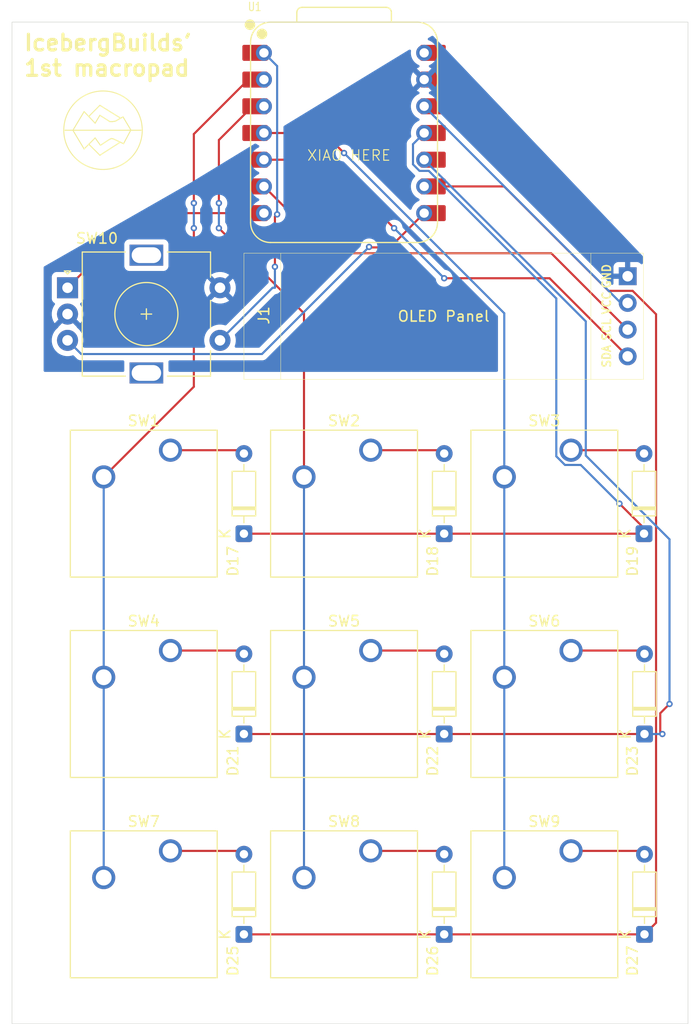
<source format=kicad_pcb>
(kicad_pcb (version 20241229) (generator "pcbnew") (generator_version "9.0")
  (layers (0 "F.Cu" signal) (2 "B.Cu" signal) (13 "F.Paste" user) (15 "B.Paste" user) (5 "F.SilkS" user "F.Silkscreen") (7 "B.SilkS" user "B.Silkscreen") (1 "F.Mask" user) (3 "B.Mask" user) (25 "Edge.Cuts" user))
  (net 0 "")
  (net 1 "Row 0")
  (net 2 "Net-(D17-A)")
  (net 3 "Net-(D18-A)")
  (net 4 "Net-(D19-A)")
  (net 5 "Net-(D21-A)")
  (net 6 "Row 1")
  (net 7 "Net-(D22-A)")
  (net 8 "Net-(D23-A)")
  (net 9 "Row 2")
  (net 10 "Net-(D25-A)")
  (net 11 "Net-(D26-A)")
  (net 12 "Net-(D27-A)")
  (net 13 "Column 0")
  (net 14 "Column 1")
  (net 15 "Column 2")
  (net 16 "GND")
  (net 17 "SCL")
  (net 18 "Switch")
  (net 19 "Signal A")
  (net 20 "Signal B")
  (net 21 "SDA")
  (net 22 "+3.3V")
  (footprint "Button_Switch_Keyboard:SW_Cherry_MX_1.00u_PCB" (layer "F.Cu") (at 159.5375 67.00375)
    (property "Reference" "SW3" (at -2.54 -2.794 0) (layer "F.SilkS"))
    (property "Value" "SW_Push")
    (fp_line (start -9.525 -1.905) (end 4.445 -1.905) (stroke (width 0.12)) (layer "F.SilkS"))
    (fp_line (start -9.525 12.065) (end -9.525 -1.905) (stroke (width 0.12)) (layer "F.SilkS"))
    (fp_line (start 4.445 -1.905) (end 4.445 12.065) (stroke (width 0.12)) (layer "F.SilkS"))
    (fp_line (start 4.445 12.065) (end -9.525 12.065) (stroke (width 0.12)) (layer "F.SilkS"))
    (pad "" np_thru_hole circle (at -7.62 5.08) (size 1.7 1.7) (drill 1.7) (layers "*.Cu" "*.Mask"))
    (pad "" np_thru_hole circle (at -2.54 5.08) (size 4 4) (drill 4) (layers "*.Cu" "*.Mask"))
    (pad "" np_thru_hole circle (at 2.54 5.08) (size 1.7 1.7) (drill 1.7) (layers "*.Cu" "*.Mask"))
    (pad "1" thru_hole circle (at 0 0) (size 2.2 2.2) (drill 1.5) (layers "*.Cu" "*.Mask") (net 4 "Net-(D19-A)"))
    (pad "2" thru_hole circle (at -6.35 2.54) (size 2.2 2.2) (drill 1.5) (layers "*.Cu" "*.Mask") (net 15 "Column 2"))
  )
  (footprint "Diode_THT:D_DO-35_SOD27_P7.62mm_Horizontal" (layer "F.Cu") (at 128.4225 74.94125 90)
    (property "Reference" "D17" (at -2.6175 -1.05 90) (layer "F.SilkS"))
    (property "Value" "1N4148")
    (fp_line (start 2.53 -1.12) (end 2.53 1.12) (stroke (width 0.12)) (layer "F.SilkS"))
    (fp_line (start 2.41 -1.12) (end 2.41 1.12) (stroke (width 0.12)) (layer "F.SilkS"))
    (fp_line (start 2.29 -1.12) (end 2.29 1.12) (stroke (width 0.12)) (layer "F.SilkS"))
    (fp_line (start 6.58 0) (end 5.93 0) (stroke (width 0.12)) (layer "F.SilkS"))
    (fp_line (start 1.04 0) (end 1.69 0) (stroke (width 0.12)) (layer "F.SilkS"))
    (fp_rect (start 1.69 -1.12) (end 5.93 1.12) (stroke (width 0.12)) (fill no) (layer "F.SilkS"))
    (fp_text user "K" (at 0 -1.8 90) (layer "F.SilkS"))
    (pad "1" thru_hole roundrect (at 0 0 90) (size 1.6 1.6) (drill 0.8) (layers "*.Cu" "*.Mask") (roundrect_rratio 0.15625) (net 1 "Row 0"))
    (pad "2" thru_hole circle (at 7.62 0 90) (size 1.6 1.6) (drill 0.8) (layers "*.Cu" "*.Mask") (net 2 "Net-(D17-A)"))
  )
  (footprint "Diode_THT:D_DO-35_SOD27_P7.62mm_Horizontal" (layer "F.Cu") (at 166.5225 93.99125 90)
    (property "Reference" "D23" (at -2.5675 -1.15 90) (layer "F.SilkS"))
    (property "Value" "1N4148")
    (fp_line (start 2.53 -1.12) (end 2.53 1.12) (stroke (width 0.12)) (layer "F.SilkS"))
    (fp_line (start 2.41 -1.12) (end 2.41 1.12) (stroke (width 0.12)) (layer "F.SilkS"))
    (fp_line (start 2.29 -1.12) (end 2.29 1.12) (stroke (width 0.12)) (layer "F.SilkS"))
    (fp_line (start 6.58 0) (end 5.93 0) (stroke (width 0.12)) (layer "F.SilkS"))
    (fp_line (start 1.04 0) (end 1.69 0) (stroke (width 0.12)) (layer "F.SilkS"))
    (fp_rect (start 1.69 -1.12) (end 5.93 1.12) (stroke (width 0.12)) (fill no) (layer "F.SilkS"))
    (fp_text user "K" (at 0 -1.8 90) (layer "F.SilkS"))
    (pad "1" thru_hole roundrect (at 0 0 90) (size 1.6 1.6) (drill 0.8) (layers "*.Cu" "*.Mask") (roundrect_rratio 0.15625) (net 6 "Row 1"))
    (pad "2" thru_hole circle (at 7.62 0 90) (size 1.6 1.6) (drill 0.8) (layers "*.Cu" "*.Mask") (net 8 "Net-(D23-A)"))
  )
  (footprint "MountingHole:MountingHole_3.2mm_M3" (layer "F.Cu") (at 166.3725 30.55875)
    (property "Reference" "H1" (hide yes))
    (property "Value" "MountingHole")
    (pad "" np_thru_hole circle (at 0 0) (size 3.2 3.2) (drill 3.2) (layers "*.Cu" "*.Mask"))
  )
  (footprint "Button_Switch_Keyboard:SW_Cherry_MX_1.00u_PCB" (layer "F.Cu") (at 140.4875 105.10375)
    (property "Reference" "SW8" (at -2.54 -2.794 0) (layer "F.SilkS"))
    (property "Value" "SW_Push")
    (fp_line (start -9.525 -1.905) (end 4.445 -1.905) (stroke (width 0.12)) (layer "F.SilkS"))
    (fp_line (start -9.525 12.065) (end -9.525 -1.905) (stroke (width 0.12)) (layer "F.SilkS"))
    (fp_line (start 4.445 -1.905) (end 4.445 12.065) (stroke (width 0.12)) (layer "F.SilkS"))
    (fp_line (start 4.445 12.065) (end -9.525 12.065) (stroke (width 0.12)) (layer "F.SilkS"))
    (pad "" np_thru_hole circle (at -7.62 5.08) (size 1.7 1.7) (drill 1.7) (layers "*.Cu" "*.Mask"))
    (pad "" np_thru_hole circle (at -2.54 5.08) (size 4 4) (drill 4) (layers "*.Cu" "*.Mask"))
    (pad "" np_thru_hole circle (at 2.54 5.08) (size 1.7 1.7) (drill 1.7) (layers "*.Cu" "*.Mask"))
    (pad "1" thru_hole circle (at 0 0) (size 2.2 2.2) (drill 1.5) (layers "*.Cu" "*.Mask") (net 11 "Net-(D26-A)"))
    (pad "2" thru_hole circle (at -6.35 2.54) (size 2.2 2.2) (drill 1.5) (layers "*.Cu" "*.Mask") (net 14 "Column 1"))
  )
  (footprint "OLED:SSD1306-0.91-OLED-4pin-128x32" (layer "F.Cu") (at 128.4225 48.27125)
    (property "Reference" "J1" (at 1.9 5.91 90) (layer "F.SilkS"))
    (property "Value" "OLED Display")
    (fp_line (start 0 0) (end 0 12) (stroke (width 0.04)) (layer "F.SilkS"))
    (fp_line (start 0 12) (end 38 12) (stroke (width 0.04)) (layer "F.SilkS"))
    (fp_line (start 3.5 0) (end 3.5 12) (stroke (width 0.04)) (layer "F.SilkS"))
    (fp_line (start 33 0) (end 33 12) (stroke (width 0.04)) (layer "F.SilkS"))
    (fp_line (start 38 0) (end 0 0) (stroke (width 0.04)) (layer "F.SilkS"))
    (fp_line (start 38 12) (end 38 0) (stroke (width 0.04)) (layer "F.SilkS"))
    (fp_text user "SDA" (at 34.5 9.81 270) (layer "F.SilkS") (effects (font (size 0.8 0.75))))
    (fp_text user "GND" (at 34.5 2.19 270) (layer "F.SilkS") (effects (font (size 0.8 0.75))))
    (fp_text user "SCL" (at 34.5 7.27 270) (layer "F.SilkS") (effects (font (size 0.8 0.75))))
    (fp_text user "VCC" (at 34.5 4.73 270) (layer "F.SilkS") (effects (font (size 0.8 0.75))))
    (fp_text user "OLED Panel" (at 19 6 0) (layer "F.SilkS"))
    (pad "1" thru_hole rect (at 36.5 2.19) (size 1.7 1.7) (drill 1) (layers "*.Cu" "*.Mask") (net 16 "GND"))
    (pad "2" thru_hole oval (at 36.5 4.73) (size 1.7 1.7) (drill 1) (layers "*.Cu" "*.Mask") (net 22 "+3.3V"))
    (pad "3" thru_hole oval (at 36.5 7.27) (size 1.7 1.7) (drill 1) (layers "*.Cu" "*.Mask") (net 17 "SCL"))
    (pad "4" thru_hole oval (at 36.5 9.81) (size 1.7 1.7) (drill 1) (layers "*.Cu" "*.Mask") (net 21 "SDA"))
  )
  (footprint "Button_Switch_Keyboard:SW_Cherry_MX_1.00u_PCB" (layer "F.Cu") (at 140.4875 86.05375)
    (property "Reference" "SW5" (at -2.54 -2.794 0) (layer "F.SilkS"))
    (property "Value" "SW_Push")
    (fp_line (start -9.525 -1.905) (end 4.445 -1.905) (stroke (width 0.12)) (layer "F.SilkS"))
    (fp_line (start -9.525 12.065) (end -9.525 -1.905) (stroke (width 0.12)) (layer "F.SilkS"))
    (fp_line (start 4.445 -1.905) (end 4.445 12.065) (stroke (width 0.12)) (layer "F.SilkS"))
    (fp_line (start 4.445 12.065) (end -9.525 12.065) (stroke (width 0.12)) (layer "F.SilkS"))
    (pad "" np_thru_hole circle (at -7.62 5.08) (size 1.7 1.7) (drill 1.7) (layers "*.Cu" "*.Mask"))
    (pad "" np_thru_hole circle (at -2.54 5.08) (size 4 4) (drill 4) (layers "*.Cu" "*.Mask"))
    (pad "" np_thru_hole circle (at 2.54 5.08) (size 1.7 1.7) (drill 1.7) (layers "*.Cu" "*.Mask"))
    (pad "1" thru_hole circle (at 0 0) (size 2.2 2.2) (drill 1.5) (layers "*.Cu" "*.Mask") (net 7 "Net-(D22-A)"))
    (pad "2" thru_hole circle (at -6.35 2.54) (size 2.2 2.2) (drill 1.5) (layers "*.Cu" "*.Mask") (net 14 "Column 1"))
  )
  (footprint "Diode_THT:D_DO-35_SOD27_P7.62mm_Horizontal" (layer "F.Cu") (at 147.4725 113.04125 90)
    (property "Reference" "D26" (at -2.5175 -1.1 90) (layer "F.SilkS"))
    (property "Value" "1N4148")
    (fp_line (start 2.53 -1.12) (end 2.53 1.12) (stroke (width 0.12)) (layer "F.SilkS"))
    (fp_line (start 2.41 -1.12) (end 2.41 1.12) (stroke (width 0.12)) (layer "F.SilkS"))
    (fp_line (start 2.29 -1.12) (end 2.29 1.12) (stroke (width 0.12)) (layer "F.SilkS"))
    (fp_line (start 6.58 0) (end 5.93 0) (stroke (width 0.12)) (layer "F.SilkS"))
    (fp_line (start 1.04 0) (end 1.69 0) (stroke (width 0.12)) (layer "F.SilkS"))
    (fp_rect (start 1.69 -1.12) (end 5.93 1.12) (stroke (width 0.12)) (fill no) (layer "F.SilkS"))
    (fp_text user "K" (at 0 -1.8 90) (layer "F.SilkS"))
    (pad "1" thru_hole roundrect (at 0 0 90) (size 1.6 1.6) (drill 0.8) (layers "*.Cu" "*.Mask") (roundrect_rratio 0.15625) (net 9 "Row 2"))
    (pad "2" thru_hole circle (at 7.62 0 90) (size 1.6 1.6) (drill 0.8) (layers "*.Cu" "*.Mask") (net 11 "Net-(D26-A)"))
  )
  (footprint "Diode_THT:D_DO-35_SOD27_P7.62mm_Horizontal" (layer "F.Cu") (at 166.5225 113.04125 90)
    (property "Reference" "D27" (at -2.5175 -1.15 90) (layer "F.SilkS"))
    (property "Value" "1N4148")
    (fp_line (start 2.53 -1.12) (end 2.53 1.12) (stroke (width 0.12)) (layer "F.SilkS"))
    (fp_line (start 2.41 -1.12) (end 2.41 1.12) (stroke (width 0.12)) (layer "F.SilkS"))
    (fp_line (start 2.29 -1.12) (end 2.29 1.12) (stroke (width 0.12)) (layer "F.SilkS"))
    (fp_line (start 6.58 0) (end 5.93 0) (stroke (width 0.12)) (layer "F.SilkS"))
    (fp_line (start 1.04 0) (end 1.69 0) (stroke (width 0.12)) (layer "F.SilkS"))
    (fp_rect (start 1.69 -1.12) (end 5.93 1.12) (stroke (width 0.12)) (fill no) (layer "F.SilkS"))
    (fp_text user "K" (at 0 -1.8 90) (layer "F.SilkS"))
    (pad "1" thru_hole roundrect (at 0 0 90) (size 1.6 1.6) (drill 0.8) (layers "*.Cu" "*.Mask") (roundrect_rratio 0.15625) (net 9 "Row 2"))
    (pad "2" thru_hole circle (at 7.62 0 90) (size 1.6 1.6) (drill 0.8) (layers "*.Cu" "*.Mask") (net 12 "Net-(D27-A)"))
  )
  (footprint "Diode_THT:D_DO-35_SOD27_P7.62mm_Horizontal" (layer "F.Cu") (at 166.47875 74.94125 90)
    (property "Reference" "D19" (at -2.6175 -1.10625 90) (layer "F.SilkS"))
    (property "Value" "1N4148")
    (fp_line (start 2.53 -1.12) (end 2.53 1.12) (stroke (width 0.12)) (layer "F.SilkS"))
    (fp_line (start 2.41 -1.12) (end 2.41 1.12) (stroke (width 0.12)) (layer "F.SilkS"))
    (fp_line (start 2.29 -1.12) (end 2.29 1.12) (stroke (width 0.12)) (layer "F.SilkS"))
    (fp_line (start 6.58 0) (end 5.93 0) (stroke (width 0.12)) (layer "F.SilkS"))
    (fp_line (start 1.04 0) (end 1.69 0) (stroke (width 0.12)) (layer "F.SilkS"))
    (fp_rect (start 1.69 -1.12) (end 5.93 1.12) (stroke (width 0.12)) (fill no) (layer "F.SilkS"))
    (fp_text user "K" (at 0 -1.8 90) (layer "F.SilkS"))
    (pad "1" thru_hole roundrect (at 0 0 90) (size 1.6 1.6) (drill 0.8) (layers "*.Cu" "*.Mask") (roundrect_rratio 0.15625) (net 1 "Row 0"))
    (pad "2" thru_hole circle (at 7.62 0 90) (size 1.6 1.6) (drill 0.8) (layers "*.Cu" "*.Mask") (net 4 "Net-(D19-A)"))
  )
  (footprint "Rotary encoder:RotaryEncoder_Alps_EC11E-Switch_Vertical_H20mm" (layer "F.Cu") (at 111.6475 51.55875)
    (property "Reference" "SW10" (at 2.8 -4.7 0) (layer "F.SilkS"))
    (property "Value" "RotaryEncoder_Switch")
    (fp_line (start -0.3 -1.6) (end 0.3 -1.6) (stroke (width 0.12)) (layer "F.SilkS"))
    (fp_line (start 0 -1.3) (end -0.3 -1.6) (stroke (width 0.12)) (layer "F.SilkS"))
    (fp_line (start 0.3 -1.6) (end 0 -1.3) (stroke (width 0.12)) (layer "F.SilkS"))
    (fp_line (start 1.4 -3.4) (end 1.4 8.4) (stroke (width 0.12)) (layer "F.SilkS"))
    (fp_line (start 5.5 -3.4) (end 1.4 -3.4) (stroke (width 0.12)) (layer "F.SilkS"))
    (fp_line (start 5.5 8.4) (end 1.4 8.4) (stroke (width 0.12)) (layer "F.SilkS"))
    (fp_line (start 7 2.5) (end 8 2.5) (stroke (width 0.12)) (layer "F.SilkS"))
    (fp_line (start 7.5 2) (end 7.5 3) (stroke (width 0.12)) (layer "F.SilkS"))
    (fp_line (start 9.5 -3.4) (end 13.6 -3.4) (stroke (width 0.12)) (layer "F.SilkS"))
    (fp_line (start 13.6 -3.4) (end 13.6 -1) (stroke (width 0.12)) (layer "F.SilkS"))
    (fp_line (start 13.6 1.2) (end 13.6 3.8) (stroke (width 0.12)) (layer "F.SilkS"))
    (fp_line (start 13.6 6) (end 13.6 8.4) (stroke (width 0.12)) (layer "F.SilkS"))
    (fp_line (start 13.6 8.4) (end 9.5 8.4) (stroke (width 0.12)) (layer "F.SilkS"))
    (fp_circle (center 7.5 2.5) (end 10.5 2.5) (stroke (width 0.12)) (fill no) (layer "F.SilkS"))
    (pad "A" thru_hole rect (at 0 0) (size 2 2) (drill 1) (layers "*.Cu" "*.Mask") (net 19 "Signal A"))
    (pad "B" thru_hole circle (at 0 5) (size 2 2) (drill 1) (layers "*.Cu" "*.Mask") (net 20 "Signal B"))
    (pad "C" thru_hole circle (at 0 2.5) (size 2 2) (drill 1) (layers "*.Cu" "*.Mask") (net 16 "GND"))
    (pad "MP" thru_hole rect (at 7.5 -3.1) (size 3.2 2) (drill oval 2.8 1.5) (layers "*.Cu" "*.Mask"))
    (pad "MP" thru_hole rect (at 7.5 8.1) (size 3.2 2) (drill oval 2.8 1.5) (layers "*.Cu" "*.Mask"))
    (pad "S1" thru_hole circle (at 14.5 5) (size 2 2) (drill 1) (layers "*.Cu" "*.Mask") (net 18 "Switch"))
    (pad "S2" thru_hole circle (at 14.5 0) (size 2 2) (drill 1) (layers "*.Cu" "*.Mask") (net 16 "GND"))
  )
  (footprint "Button_Switch_Keyboard:SW_Cherry_MX_1.00u_PCB" (layer "F.Cu") (at 121.4375 67.00375)
    (property "Reference" "SW1" (at -2.54 -2.794 0) (layer "F.SilkS"))
    (property "Value" "SW_Push")
    (fp_line (start -9.525 -1.905) (end 4.445 -1.905) (stroke (width 0.12)) (layer "F.SilkS"))
    (fp_line (start -9.525 12.065) (end -9.525 -1.905) (stroke (width 0.12)) (layer "F.SilkS"))
    (fp_line (start 4.445 -1.905) (end 4.445 12.065) (stroke (width 0.12)) (layer "F.SilkS"))
    (fp_line (start 4.445 12.065) (end -9.525 12.065) (stroke (width 0.12)) (layer "F.SilkS"))
    (pad "" np_thru_hole circle (at -7.62 5.08) (size 1.7 1.7) (drill 1.7) (layers "*.Cu" "*.Mask"))
    (pad "" np_thru_hole circle (at -2.54 5.08) (size 4 4) (drill 4) (layers "*.Cu" "*.Mask"))
    (pad "" np_thru_hole circle (at 2.54 5.08) (size 1.7 1.7) (drill 1.7) (layers "*.Cu" "*.Mask"))
    (pad "1" thru_hole circle (at 0 0) (size 2.2 2.2) (drill 1.5) (layers "*.Cu" "*.Mask") (net 2 "Net-(D17-A)"))
    (pad "2" thru_hole circle (at -6.35 2.54) (size 2.2 2.2) (drill 1.5) (layers "*.Cu" "*.Mask") (net 13 "Column 0"))
  )
  (footprint "Button_Switch_Keyboard:SW_Cherry_MX_1.00u_PCB" (layer "F.Cu") (at 140.4875 67.00375)
    (property "Reference" "SW2" (at -2.54 -2.794 0) (layer "F.SilkS"))
    (property "Value" "SW_Push")
    (fp_line (start -9.525 -1.905) (end 4.445 -1.905) (stroke (width 0.12)) (layer "F.SilkS"))
    (fp_line (start -9.525 12.065) (end -9.525 -1.905) (stroke (width 0.12)) (layer "F.SilkS"))
    (fp_line (start 4.445 -1.905) (end 4.445 12.065) (stroke (width 0.12)) (layer "F.SilkS"))
    (fp_line (start 4.445 12.065) (end -9.525 12.065) (stroke (width 0.12)) (layer "F.SilkS"))
    (pad "" np_thru_hole circle (at -7.62 5.08) (size 1.7 1.7) (drill 1.7) (layers "*.Cu" "*.Mask"))
    (pad "" np_thru_hole circle (at -2.54 5.08) (size 4 4) (drill 4) (layers "*.Cu" "*.Mask"))
    (pad "" np_thru_hole circle (at 2.54 5.08) (size 1.7 1.7) (drill 1.7) (layers "*.Cu" "*.Mask"))
    (pad "1" thru_hole circle (at 0 0) (size 2.2 2.2) (drill 1.5) (layers "*.Cu" "*.Mask") (net 3 "Net-(D18-A)"))
    (pad "2" thru_hole circle (at -6.35 2.54) (size 2.2 2.2) (drill 1.5) (layers "*.Cu" "*.Mask") (net 14 "Column 1"))
  )
  (footprint "Diode_THT:D_DO-35_SOD27_P7.62mm_Horizontal" (layer "F.Cu") (at 147.4725 93.99125 90)
    (property "Reference" "D22" (at -2.5675 -1.1 90) (layer "F.SilkS"))
    (property "Value" "1N4148")
    (fp_line (start 2.53 -1.12) (end 2.53 1.12) (stroke (width 0.12)) (layer "F.SilkS"))
    (fp_line (start 2.41 -1.12) (end 2.41 1.12) (stroke (width 0.12)) (layer "F.SilkS"))
    (fp_line (start 2.29 -1.12) (end 2.29 1.12) (stroke (width 0.12)) (layer "F.SilkS"))
    (fp_line (start 6.58 0) (end 5.93 0) (stroke (width 0.12)) (layer "F.SilkS"))
    (fp_line (start 1.04 0) (end 1.69 0) (stroke (width 0.12)) (layer "F.SilkS"))
    (fp_rect (start 1.69 -1.12) (end 5.93 1.12) (stroke (width 0.12)) (fill no) (layer "F.SilkS"))
    (fp_text user "K" (at 0 -1.8 90) (layer "F.SilkS"))
    (pad "1" thru_hole roundrect (at 0 0 90) (size 1.6 1.6) (drill 0.8) (layers "*.Cu" "*.Mask") (roundrect_rratio 0.15625) (net 6 "Row 1"))
    (pad "2" thru_hole circle (at 7.62 0 90) (size 1.6 1.6) (drill 0.8) (layers "*.Cu" "*.Mask") (net 7 "Net-(D22-A)"))
  )
  (footprint "Button_Switch_Keyboard:SW_Cherry_MX_1.00u_PCB" (layer "F.Cu") (at 121.4375 86.05375)
    (property "Reference" "SW4" (at -2.54 -2.794 0) (layer "F.SilkS"))
    (property "Value" "SW_Push")
    (fp_line (start -9.525 -1.905) (end 4.445 -1.905) (stroke (width 0.12)) (layer "F.SilkS"))
    (fp_line (start -9.525 12.065) (end -9.525 -1.905) (stroke (width 0.12)) (layer "F.SilkS"))
    (fp_line (start 4.445 -1.905) (end 4.445 12.065) (stroke (width 0.12)) (layer "F.SilkS"))
    (fp_line (start 4.445 12.065) (end -9.525 12.065) (stroke (width 0.12)) (layer "F.SilkS"))
    (pad "" np_thru_hole circle (at -7.62 5.08) (size 1.7 1.7) (drill 1.7) (layers "*.Cu" "*.Mask"))
    (pad "" np_thru_hole circle (at -2.54 5.08) (size 4 4) (drill 4) (layers "*.Cu" "*.Mask"))
    (pad "" np_thru_hole circle (at 2.54 5.08) (size 1.7 1.7) (drill 1.7) (layers "*.Cu" "*.Mask"))
    (pad "1" thru_hole circle (at 0 0) (size 2.2 2.2) (drill 1.5) (layers "*.Cu" "*.Mask") (net 5 "Net-(D21-A)"))
    (pad "2" thru_hole circle (at -6.35 2.54) (size 2.2 2.2) (drill 1.5) (layers "*.Cu" "*.Mask") (net 13 "Column 0"))
  )
  (footprint "Button_Switch_Keyboard:SW_Cherry_MX_1.00u_PCB" (layer "F.Cu") (at 159.5375 105.10375)
    (property "Reference" "SW9" (at -2.54 -2.794 0) (layer "F.SilkS"))
    (property "Value" "SW_Push")
    (fp_line (start -9.525 -1.905) (end 4.445 -1.905) (stroke (width 0.12)) (layer "F.SilkS"))
    (fp_line (start -9.525 12.065) (end -9.525 -1.905) (stroke (width 0.12)) (layer "F.SilkS"))
    (fp_line (start 4.445 -1.905) (end 4.445 12.065) (stroke (width 0.12)) (layer "F.SilkS"))
    (fp_line (start 4.445 12.065) (end -9.525 12.065) (stroke (width 0.12)) (layer "F.SilkS"))
    (pad "" np_thru_hole circle (at -7.62 5.08) (size 1.7 1.7) (drill 1.7) (layers "*.Cu" "*.Mask"))
    (pad "" np_thru_hole circle (at -2.54 5.08) (size 4 4) (drill 4) (layers "*.Cu" "*.Mask"))
    (pad "" np_thru_hole circle (at 2.54 5.08) (size 1.7 1.7) (drill 1.7) (layers "*.Cu" "*.Mask"))
    (pad "1" thru_hole circle (at 0 0) (size 2.2 2.2) (drill 1.5) (layers "*.Cu" "*.Mask") (net 12 "Net-(D27-A)"))
    (pad "2" thru_hole circle (at -6.35 2.54) (size 2.2 2.2) (drill 1.5) (layers "*.Cu" "*.Mask") (net 15 "Column 2"))
  )
  (footprint "Button_Switch_Keyboard:SW_Cherry_MX_1.00u_PCB" (layer "F.Cu") (at 121.4375 105.10375)
    (property "Reference" "SW7" (at -2.54 -2.794 0) (layer "F.SilkS"))
    (property "Value" "SW_Push")
    (fp_line (start -9.525 -1.905) (end 4.445 -1.905) (stroke (width 0.12)) (layer "F.SilkS"))
    (fp_line (start -9.525 12.065) (end -9.525 -1.905) (stroke (width 0.12)) (layer "F.SilkS"))
    (fp_line (start 4.445 -1.905) (end 4.445 12.065) (stroke (width 0.12)) (layer "F.SilkS"))
    (fp_line (start 4.445 12.065) (end -9.525 12.065) (stroke (width 0.12)) (layer "F.SilkS"))
    (pad "" np_thru_hole circle (at -7.62 5.08) (size 1.7 1.7) (drill 1.7) (layers "*.Cu" "*.Mask"))
    (pad "" np_thru_hole circle (at -2.54 5.08) (size 4 4) (drill 4) (layers "*.Cu" "*.Mask"))
    (pad "" np_thru_hole circle (at 2.54 5.08) (size 1.7 1.7) (drill 1.7) (layers "*.Cu" "*.Mask"))
    (pad "1" thru_hole circle (at 0 0) (size 2.2 2.2) (drill 1.5) (layers "*.Cu" "*.Mask") (net 10 "Net-(D25-A)"))
    (pad "2" thru_hole circle (at -6.35 2.54) (size 2.2 2.2) (drill 1.5) (layers "*.Cu" "*.Mask") (net 13 "Column 0"))
  )
  (footprint "MountingHole:MountingHole_3.2mm_M3" (layer "F.Cu") (at 110.3725 42.55875)
    (property "Reference" "H2" (hide yes))
    (property "Value" "MountingHole")
    (pad "" np_thru_hole circle (at 0 0) (size 3.2 3.2) (drill 3.2) (layers "*.Cu" "*.Mask"))
  )
  (footprint "Diode_THT:D_DO-35_SOD27_P7.62mm_Horizontal" (layer "F.Cu") (at 128.4225 93.99125 90)
    (property "Reference" "D21" (at -2.5675 -1.05 90) (layer "F.SilkS"))
    (property "Value" "1N4148")
    (fp_line (start 2.53 -1.12) (end 2.53 1.12) (stroke (width 0.12)) (layer "F.SilkS"))
    (fp_line (start 2.41 -1.12) (end 2.41 1.12) (stroke (width 0.12)) (layer "F.SilkS"))
    (fp_line (start 2.29 -1.12) (end 2.29 1.12) (stroke (width 0.12)) (layer "F.SilkS"))
    (fp_line (start 6.58 0) (end 5.93 0) (stroke (width 0.12)) (layer "F.SilkS"))
    (fp_line (start 1.04 0) (end 1.69 0) (stroke (width 0.12)) (layer "F.SilkS"))
    (fp_rect (start 1.69 -1.12) (end 5.93 1.12) (stroke (width 0.12)) (fill no) (layer "F.SilkS"))
    (fp_text user "K" (at 0 -1.8 90) (layer "F.SilkS"))
    (pad "1" thru_hole roundrect (at 0 0 90) (size 1.6 1.6) (drill 0.8) (layers "*.Cu" "*.Mask") (roundrect_rratio 0.15625) (net 6 "Row 1"))
    (pad "2" thru_hole circle (at 7.62 0 90) (size 1.6 1.6) (drill 0.8) (layers "*.Cu" "*.Mask") (net 5 "Net-(D21-A)"))
  )
  (footprint "Button_Switch_Keyboard:SW_Cherry_MX_1.00u_PCB" (layer "F.Cu") (at 159.5375 86.05375)
    (property "Reference" "SW6" (at -2.54 -2.794 0) (layer "F.SilkS"))
    (property "Value" "SW_Push")
    (fp_line (start -9.525 -1.905) (end 4.445 -1.905) (stroke (width 0.12)) (layer "F.SilkS"))
    (fp_line (start -9.525 12.065) (end -9.525 -1.905) (stroke (width 0.12)) (layer "F.SilkS"))
    (fp_line (start 4.445 -1.905) (end 4.445 12.065) (stroke (width 0.12)) (layer "F.SilkS"))
    (fp_line (start 4.445 12.065) (end -9.525 12.065) (stroke (width 0.12)) (layer "F.SilkS"))
    (pad "" np_thru_hole circle (at -7.62 5.08) (size 1.7 1.7) (drill 1.7) (layers "*.Cu" "*.Mask"))
    (pad "" np_thru_hole circle (at -2.54 5.08) (size 4 4) (drill 4) (layers "*.Cu" "*.Mask"))
    (pad "" np_thru_hole circle (at 2.54 5.08) (size 1.7 1.7) (drill 1.7) (layers "*.Cu" "*.Mask"))
    (pad "1" thru_hole circle (at 0 0) (size 2.2 2.2) (drill 1.5) (layers "*.Cu" "*.Mask") (net 8 "Net-(D23-A)"))
    (pad "2" thru_hole circle (at -6.35 2.54) (size 2.2 2.2) (drill 1.5) (layers "*.Cu" "*.Mask") (net 15 "Column 2"))
  )
  (footprint "Diode_THT:D_DO-35_SOD27_P7.62mm_Horizontal" (layer "F.Cu") (at 128.4225 113.04125 90)
    (property "Reference" "D25" (at -2.5175 -1.05 90) (layer "F.SilkS"))
    (property "Value" "1N4148")
    (fp_line (start 2.53 -1.12) (end 2.53 1.12) (stroke (width 0.12)) (layer "F.SilkS"))
    (fp_line (start 2.41 -1.12) (end 2.41 1.12) (stroke (width 0.12)) (layer "F.SilkS"))
    (fp_line (start 2.29 -1.12) (end 2.29 1.12) (stroke (width 0.12)) (layer "F.SilkS"))
    (fp_line (start 6.58 0) (end 5.93 0) (stroke (width 0.12)) (layer "F.SilkS"))
    (fp_line (start 1.04 0) (end 1.69 0) (stroke (width 0.12)) (layer "F.SilkS"))
    (fp_rect (start 1.69 -1.12) (end 5.93 1.12) (stroke (width 0.12)) (fill no) (layer "F.SilkS"))
    (fp_text user "K" (at 0 -1.8 90) (layer "F.SilkS"))
    (pad "1" thru_hole roundrect (at 0 0 90) (size 1.6 1.6) (drill 0.8) (layers "*.Cu" "*.Mask") (roundrect_rratio 0.15625) (net 9 "Row 2"))
    (pad "2" thru_hole circle (at 7.62 0 90) (size 1.6 1.6) (drill 0.8) (layers "*.Cu" "*.Mask") (net 10 "Net-(D25-A)"))
  )
  (footprint "OPL Library:XIAO-RP2040-DIP" (layer "F.Cu") (at 137.9475 36.84125)
    (property "Reference" "U1" (at -8.5 -12 0) (layer "F.SilkS") (effects (font (size 0.8 0.635) (thickness 0.1016))))
    (property "Value" "XIAO-RP2040-DIP")
    (fp_line (start -8.89 8.509) (end -8.89 -8.636) (stroke (width 0.127)) (layer "F.SilkS"))
    (fp_line (start -6.985 10.414) (end 6.985 10.414) (stroke (width 0.127)) (layer "F.SilkS"))
    (fp_line (start -4.495 -10.541) (end -4.491272 -11.451272) (stroke (width 0.127)) (layer "F.SilkS"))
    (fp_line (start -3.991272 -11.951) (end 4.004 -11.951) (stroke (width 0.127)) (layer "F.SilkS"))
    (fp_line (start 4.504 -11.451) (end 4.504 -10.541) (stroke (width 0.127)) (layer "F.SilkS"))
    (fp_line (start 6.985 -10.541) (end -6.985 -10.541) (stroke (width 0.1)) (layer "F.SilkS"))
    (fp_line (start 6.985 -10.541) (end -6.985 -10.541) (stroke (width 0.127)) (layer "F.SilkS"))
    (fp_line (start 8.89 8.509) (end 8.89 -8.636) (stroke (width 0.127)) (layer "F.SilkS"))
    (fp_arc (start -8.89 -8.636) (mid -8.332038 -9.983038) (end -6.985 -10.541) (stroke (width 0.127)) (layer "F.SilkS"))
    (fp_arc (start -6.985 10.414) (mid -8.332038 9.856038) (end -8.89 8.509) (stroke (width 0.127)) (layer "F.SilkS"))
    (fp_arc (start -4.491272 -11.451272) (mid -4.344728 -11.80464) (end -3.991272 -11.951) (stroke (width 0.127)) (layer "F.SilkS"))
    (fp_arc (start 4.004 -11.951) (mid 4.357553 -11.804553) (end 4.504 -11.451) (stroke (width 0.127)) (layer "F.SilkS"))
    (fp_arc (start 6.985 -10.541) (mid 8.332038 -9.983038) (end 8.89 -8.636) (stroke (width 0.127)) (layer "F.SilkS"))
    (fp_arc (start 8.89 8.509) (mid 8.332038 9.856038) (end 6.985 10.414) (stroke (width 0.127)) (layer "F.SilkS"))
    (fp_circle (center -8.95 -10.3) (end -8.95 -10.554) (stroke (width 0.5)) (fill yes) (layer "F.SilkS"))
    (fp_circle (center -7.807 -9.42) (end -7.807 -9.674) (stroke (width 0.5)) (fill yes) (layer "F.SilkS"))
    (pad "1" smd roundrect (at -8.455 -7.62 180) (size 2.432 1.524) (layers "F.Cu" "F.Mask") (roundrect_rratio 0.1) (net 18 "Switch"))
    (pad "1" thru_hole circle (at -7.62 -7.62 180) (size 1.524 1.524) (drill 0.889) (layers "*.Cu" "*.Mask") (net 18 "Switch"))
    (pad "2" smd roundrect (at -8.455 -5.08 180) (size 2.432 1.524) (layers "F.Cu" "F.Mask") (roundrect_rratio 0.1) (net 13 "Column 0"))
    (pad "2" thru_hole circle (at -7.62 -5.08 180) (size 1.524 1.524) (drill 0.889) (layers "*.Cu" "*.Mask") (net 13 "Column 0"))
    (pad "3" smd roundrect (at -8.455 -2.54 180) (size 2.432 1.524) (layers "F.Cu" "F.Mask") (roundrect_rratio 0.1) (net 14 "Column 1"))
    (pad "3" thru_hole circle (at -7.62 -2.54 180) (size 1.524 1.524) (drill 0.889) (layers "*.Cu" "*.Mask") (net 14 "Column 1"))
    (pad "4" smd roundrect (at -8.455 0 180) (size 2.432 1.524) (layers "F.Cu" "F.Mask") (roundrect_rratio 0.1) (net 15 "Column 2"))
    (pad "4" thru_hole circle (at -7.62 0 180) (size 1.524 1.524) (drill 0.889) (layers "*.Cu" "*.Mask") (net 15 "Column 2"))
    (pad "5" smd roundrect (at -8.455 2.54 180) (size 2.432 1.524) (layers "F.Cu" "F.Mask") (roundrect_rratio 0.1) (net 21 "SDA"))
    (pad "5" thru_hole circle (at -7.62 2.54 180) (size 1.524 1.524) (drill 0.889) (layers "*.Cu" "*.Mask") (net 21 "SDA"))
    (pad "6" smd roundrect (at -8.455 5.08 180) (size 2.432 1.524) (layers "F.Cu" "F.Mask") (roundrect_rratio 0.1) (net 17 "SCL"))
    (pad "6" thru_hole circle (at -7.62 5.08 180) (size 1.524 1.524) (drill 0.889) (layers "*.Cu" "*.Mask") (net 17 "SCL"))
    (pad "7" smd roundrect (at -8.455 7.62 180) (size 2.432 1.524) (layers "F.Cu" "F.Mask") (roundrect_rratio 0.1) (net 19 "Signal A"))
    (pad "7" thru_hole circle (at -7.62 7.62 180) (size 1.524 1.524) (drill 0.889) (layers "*.Cu" "*.Mask") (net 19 "Signal A"))
    (pad "8" thru_hole circle (at 7.62 7.62) (size 1.524 1.524) (drill 0.889) (layers "*.Cu" "*.Mask") (net 20 "Signal B"))
    (pad "8" smd roundrect (at 8.455 7.62) (size 2.432 1.524) (layers "F.Cu" "F.Mask") (roundrect_rratio 0.1) (net 20 "Signal B"))
    (pad "9" thru_hole circle (at 7.62 5.08) (size 1.524 1.524) (drill 0.889) (layers "*.Cu" "*.Mask") (net 9 "Row 2"))
    (pad "9" smd roundrect (at 8.455 5.08) (size 2.432 1.524) (layers "F.Cu" "F.Mask") (roundrect_rratio 0.1) (net 9 "Row 2"))
    (pad "10" thru_hole circle (at 7.62 2.54) (size 1.524 1.524) (drill 0.889) (layers "*.Cu" "*.Mask") (net 6 "Row 1"))
    (pad "10" smd roundrect (at 8.455 2.54) (size 2.432 1.524) (layers "F.Cu" "F.Mask") (roundrect_rratio 0.1) (net 6 "Row 1"))
    (pad "11" thru_hole circle (at 7.62 0) (size 1.524 1.524) (drill 0.889) (layers "*.Cu" "*.Mask") (net 1 "Row 0"))
    (pad "11" smd roundrect (at 8.455 0) (size 2.432 1.524) (layers "F.Cu" "F.Mask") (roundrect_rratio 0.1) (net 1 "Row 0"))
    (pad "12" thru_hole circle (at 7.62 -2.54) (size 1.524 1.524) (drill 0.889) (layers "*.Cu" "*.Mask") (net 22 "+3.3V"))
    (pad "12" smd roundrect (at 8.455 -2.54) (size 2.432 1.524) (layers "F.Cu" "F.Mask") (roundrect_rratio 0.1) (net 22 "+3.3V"))
    (pad "13" thru_hole circle (at 7.62 -5.08) (size 1.524 1.524) (drill 0.889) (layers "*.Cu" "*.Mask") (net 16 "GND"))
    (pad "13" smd roundrect (at 8.455 -5.08) (size 2.432 1.524) (layers "F.Cu" "F.Mask") (roundrect_rratio 0.1) (net 16 "GND"))
    (pad "14" thru_hole circle (at 7.62 -7.62) (size 1.524 1.524) (drill 0.889) (layers "*.Cu" "*.Mask"))
    (pad "14" smd roundrect (at 8.455 -7.62) (size 2.432 1.524) (layers "F.Cu" "F.Mask") (roundrect_rratio 0.1))
  )
  (footprint "Diode_THT:D_DO-35_SOD27_P7.62mm_Horizontal" (layer "F.Cu") (at 147.4725 74.94125 90)
    (property "Reference" "D18" (at -2.6175 -1.1 90) (layer "F.SilkS"))
    (property "Value" "1N4148")
    (fp_line (start 2.53 -1.12) (end 2.53 1.12) (stroke (width 0.12)) (layer "F.SilkS"))
    (fp_line (start 2.41 -1.12) (end 2.41 1.12) (stroke (width 0.12)) (layer "F.SilkS"))
    (fp_line (start 2.29 -1.12) (end 2.29 1.12) (stroke (width 0.12)) (layer "F.SilkS"))
    (fp_line (start 6.58 0) (end 5.93 0) (stroke (width 0.12)) (layer "F.SilkS"))
    (fp_line (start 1.04 0) (end 1.69 0) (stroke (width 0.12)) (layer "F.SilkS"))
    (fp_rect (start 1.69 -1.12) (end 5.93 1.12) (stroke (width 0.12)) (fill no) (layer "F.SilkS"))
    (fp_text user "K" (at 0 -1.8 90) (layer "F.SilkS"))
    (pad "1" thru_hole roundrect (at 0 0 90) (size 1.6 1.6) (drill 0.8) (layers "*.Cu" "*.Mask") (roundrect_rratio 0.15625) (net 1 "Row 0"))
    (pad "2" thru_hole circle (at 7.62 0 90) (size 1.6 1.6) (drill 0.8) (layers "*.Cu" "*.Mask") (net 3 "Net-(D18-A)"))
  )
  (gr_line (start 112.1725 36.55875) (end 113.2225 34.80875) (stroke (width 0.1)) (layer "F.SilkS"))
  (gr_line (start 114.7225 34.20875) (end 116.6975 35.43375) (stroke (width 0.1)) (layer "F.SilkS"))
  (gr_line (start 116.4725 35.55875) (end 116.9225 35.30875) (stroke (width 0.1)) (layer "F.SilkS"))
  (gr_line (start 113.6725 37.90875) (end 114.7225 38.95875) (stroke (width 0.1)) (layer "F.SilkS"))
  (gr_line (start 114.2725 37.30875) (end 113.2225 38.35875) (stroke (width 0.1)) (layer "F.SilkS"))
  (gr_line (start 115.6725 35.75875) (end 115.9225 35.75875) (stroke (width 0.1)) (layer "F.SilkS"))
  (gr_line (start 115.6225 37.45875) (end 114.7725 38.00875) (stroke (width 0.1)) (layer "F.SilkS"))
  (gr_line (start 114.7225 35.15875) (end 115.6725 35.75875) (stroke (width 0.1)) (layer "F.SilkS"))
  (gr_line (start 115.9225 35.75875) (end 116.2225 35.70875) (stroke (width 0.1)) (layer "F.SilkS"))
  (gr_line (start 113.2225 38.35875) (end 112.1725 36.60875) (stroke (width 0.1)) (layer "F.SilkS"))
  (gr_line (start 116.2225 35.70875) (end 116.4725 35.55875) (stroke (width 0.1)) (layer "F.SilkS"))
  (gr_line (start 114.7225 38.95875) (end 116.6725 37.70875) (stroke (width 0.1)) (layer "F.SilkS"))
  (gr_line (start 116.9225 35.30875) (end 117.6725 36.55875) (stroke (width 0.1)) (layer "F.SilkS"))
  (gr_line (start 115.8225 37.35875) (end 115.6225 37.45875) (stroke (width 0.1)) (layer "F.SilkS"))
  (gr_line (start 113.6725 35.25875) (end 114.7225 34.20875) (stroke (width 0.1)) (layer "F.SilkS"))
  (gr_line (start 116.0225 37.40875) (end 115.8225 37.35875) (stroke (width 0.1)) (layer "F.SilkS"))
  (gr_line (start 116.9725 37.85875) (end 116.0225 37.40875) (stroke (width 0.1)) (layer "F.SilkS"))
  (gr_line (start 114.7725 38.00875) (end 114.2725 37.30875) (stroke (width 0.1)) (layer "F.SilkS"))
  (gr_line (start 111.291018 36.57775) (end 118.753982 36.57775) (stroke (width 0.1)) (layer "F.SilkS"))
  (gr_line (start 114.2725 35.90875) (end 114.7225 35.15875) (stroke (width 0.1)) (layer "F.SilkS"))
  (gr_line (start 113.2225 34.80875) (end 114.2725 35.90875) (stroke (width 0.1)) (layer "F.SilkS"))
  (gr_line (start 117.6725 36.55875) (end 116.9725 37.85875) (stroke (width 0.1)) (layer "F.SilkS"))
  (gr_circle (center 115.0225 36.57775) (end 112.0225 34.35875) (stroke (width 0.1)) (fill no) (layer "F.SilkS"))
  (gr_rect (start 106.36625 26.29125) (end 170.66 121.54125) (stroke (width 0.05)) (fill no) (layer "Edge.Cuts"))
  (gr_text "IcebergBuilds'\n1st macropad" (at 107.3725 31.55875 0) (layer "F.SilkS") (effects (font (size 1.5 1.5) (thickness 0.3) (bold yes)) (justify left bottom)))
  (gr_text "XIAO HERE" (at 134.3725 39.55875 0) (layer "F.SilkS") (effects (font (size 1 1) (thickness 0.1)) (justify left bottom)))
  (segment (start 164.14125 72.08375) (end 166.47875 74.42125) (width 0.2) (layer "F.Cu") (net 1))
  (segment (start 166.47875 74.42125) (end 166.47875 74.94125) (width 0.2) (layer "F.Cu") (net 1))
  (segment (start 128.4225 74.94125) (end 166.47875 74.94125) (width 0.2) (layer "F.Cu") (net 1))
  (via (at 164.14125 72.08375) (size 0.6) (drill 0.3) (layers "F.Cu" "B.Cu") (net 1))
  (segment (start 144.5045 37.90425) (end 144.5045 39.82156) (width 0.2) (layer "B.Cu") (net 1))
  (segment (start 144.5045 39.82156) (end 145.12719 40.44425) (width 0.2) (layer "B.Cu") (net 1))
  (segment (start 145.5675 36.84125) (end 144.5045 37.90425) (width 0.2) (layer "B.Cu") (net 1))
  (segment (start 160.46225 68.40475) (end 164.14125 72.08375) (width 0.2) (layer "B.Cu") (net 1))
  (segment (start 145.12719 40.44425) (end 146.00781 40.44425) (width 0.2) (layer "B.Cu") (net 1))
  (segment (start 146.00781 40.44425) (end 158.1365 52.57294) (width 0.2) (layer "B.Cu") (net 1))
  (segment (start 158.1365 52.57294) (end 158.1365 67.584064) (width 0.2) (layer "B.Cu") (net 1))
  (segment (start 158.957186 68.40475) (end 160.46225 68.40475) (width 0.2) (layer "B.Cu") (net 1))
  (segment (start 158.1365 67.584064) (end 158.957186 68.40475) (width 0.2) (layer "B.Cu") (net 1))
  (segment (start 121.4375 67.00375) (end 128.105 67.00375) (width 0.2) (layer "F.Cu") (net 2))
  (segment (start 128.105 67.00375) (end 128.4225 67.32125) (width 0.2) (layer "F.Cu") (net 2))
  (segment (start 140.4875 67.00375) (end 147.155 67.00375) (width 0.2) (layer "F.Cu") (net 3))
  (segment (start 147.155 67.00375) (end 147.4725 67.32125) (width 0.2) (layer "F.Cu") (net 3))
  (segment (start 159.5375 67.00375) (end 166.16125 67.00375) (width 0.2) (layer "F.Cu") (net 4))
  (segment (start 166.16125 67.00375) (end 166.47875 67.32125) (width 0.2) (layer "F.Cu") (net 4))
  (segment (start 121.4375 86.05375) (end 128.105 86.05375) (width 0.2) (layer "F.Cu") (net 5))
  (segment (start 128.105 86.05375) (end 128.4225 86.37125) (width 0.2) (layer "F.Cu") (net 5))
  (segment (start 128.4225 93.99125) (end 166.5225 93.99125) (width 0.2) (layer "F.Cu") (net 6))
  (segment (start 168.90375 91.13375) (end 168.0245 92.013) (width 0.2) (layer "F.Cu") (net 6))
  (segment (start 168.0245 93.99125) (end 168.2235 93.99125) (width 0.2) (layer "F.Cu") (net 6))
  (segment (start 168.0245 92.013) (end 168.0245 93.99125) (width 0.2) (layer "F.Cu") (net 6))
  (via (at 168.90375 91.13375) (size 0.6) (drill 0.3) (layers "F.Cu" "B.Cu") (net 6))
  (via (at 168.2235 93.99125) (size 0.6) (drill 0.3) (layers "F.Cu" "B.Cu") (net 6))
  (segment (start 145.5675 39.38125) (end 160.9385 54.75225) (width 0.2) (layer "B.Cu") (net 6))
  (segment (start 160.9385 54.75225) (end 160.9385 67.51484) (width 0.2) (layer "B.Cu") (net 6))
  (segment (start 160.9385 67.51484) (end 168.90375 75.48009) (width 0.2) (layer "B.Cu") (net 6))
  (segment (start 168.90375 75.48009) (end 168.90375 91.13375) (width 0.2) (layer "B.Cu") (net 6))
  (segment (start 168.2235 93.99125) (end 166.5225 93.99125) (width 0.2) (layer "B.Cu") (net 6))
  (segment (start 147.155 86.05375) (end 147.4725 86.37125) (width 0.2) (layer "F.Cu") (net 7))
  (segment (start 140.4875 86.05375) (end 147.155 86.05375) (width 0.2) (layer "F.Cu") (net 7))
  (segment (start 159.5375 86.05375) (end 166.205 86.05375) (width 0.2) (layer "F.Cu") (net 8))
  (segment (start 166.205 86.05375) (end 166.5225 86.37125) (width 0.2) (layer "F.Cu") (net 8))
  (segment (start 153.16826 41.92125) (end 163.09726 51.85025) (width 0.2) (layer "F.Cu") (net 9))
  (segment (start 165.39926 51.85025) (end 167.6235 54.07449) (width 0.2) (layer "F.Cu") (net 9))
  (segment (start 128.4225 113.04125) (end 166.5225 113.04125) (width 0.2) (layer "F.Cu") (net 9))
  (segment (start 167.6235 111.94025) (end 166.5225 113.04125) (width 0.2) (layer "F.Cu") (net 9))
  (segment (start 145.5675 41.92125) (end 153.16826 41.92125) (width 0.2) (layer "F.Cu") (net 9))
  (segment (start 163.09726 51.85025) (end 165.39926 51.85025) (width 0.2) (layer "F.Cu") (net 9))
  (segment (start 167.6235 54.07449) (end 167.6235 111.94025) (width 0.2) (layer "F.Cu") (net 9))
  (segment (start 121.4375 105.10375) (end 128.105 105.10375) (width 0.2) (layer "F.Cu") (net 10))
  (segment (start 128.105 105.10375) (end 128.4225 105.42125) (width 0.2) (layer "F.Cu") (net 10))
  (segment (start 140.4875 105.10375) (end 147.155 105.10375) (width 0.2) (layer "F.Cu") (net 11))
  (segment (start 147.155 105.10375) (end 147.4725 105.42125) (width 0.2) (layer "F.Cu") (net 11))
  (segment (start 166.205 105.10375) (end 166.5225 105.42125) (width 0.2) (layer "F.Cu") (net 12))
  (segment (start 159.5375 105.10375) (end 166.205 105.10375) (width 0.2) (layer "F.Cu") (net 12))
  (segment (start 123.66 60.97125) (end 115.0875 69.54375) (width 0.2) (layer "F.Cu") (net 13))
  (segment (start 130.3275 31.76125) (end 128.843 31.76125) (width 0.2) (layer "F.Cu") (net 13))
  (segment (start 123.66 36.94425) (end 123.66 43.50875) (width 0.2) (layer "F.Cu") (net 13))
  (segment (start 128.843 31.76125) (end 123.66 36.94425) (width 0.2) (layer "F.Cu") (net 13))
  (segment (start 123.66 45.89) (end 123.66 60.97125) (width 0.2) (layer "F.Cu") (net 13))
  (via (at 123.66 45.89) (size 0.6) (drill 0.3) (layers "F.Cu" "B.Cu") (net 13))
  (via (at 123.66 43.50875) (size 0.6) (drill 0.3) (layers "F.Cu" "B.Cu") (net 13))
  (segment (start 123.66 43.50875) (end 123.66 45.89) (width 0.2) (layer "B.Cu") (net 13))
  (segment (start 115.0875 69.54375) (end 115.0875 107.64375) (width 0.2) (layer "B.Cu") (net 13))
  (segment (start 126.04125 37.50987) (end 126.04125 43.50875) (width 0.2) (layer "F.Cu") (net 14))
  (segment (start 134.1375 53.98625) (end 134.1375 69.54375) (width 0.2) (layer "F.Cu") (net 14))
  (segment (start 129.24987 34.30125) (end 126.04125 37.50987) (width 0.2) (layer "F.Cu") (net 14))
  (segment (start 126.04125 45.89) (end 134.1375 53.98625) (width 0.2) (layer "F.Cu") (net 14))
  (segment (start 130.3275 34.30125) (end 129.24987 34.30125) (width 0.2) (layer "F.Cu") (net 14))
  (via (at 126.04125 43.50875) (size 0.6) (drill 0.3) (layers "F.Cu" "B.Cu") (net 14))
  (via (at 126.04125 45.89) (size 0.6) (drill 0.3) (layers "F.Cu" "B.Cu") (net 14))
  (segment (start 126.04125 43.50875) (end 126.04125 45.89) (width 0.2) (layer "B.Cu") (net 14))
  (segment (start 134.1375 69.54375) (end 134.1375 107.64375) (width 0.2) (layer "B.Cu") (net 14))
  (segment (start 130.3275 36.84125) (end 136.0425 36.84125) (width 0.2) (layer "F.Cu") (net 15))
  (segment (start 136.0425 36.84125) (end 137.9475 38.74625) (width 0.2) (layer "F.Cu") (net 15))
  (via (at 137.9475 38.74625) (size 0.6) (drill 0.3) (layers "F.Cu" "B.Cu") (net 15))
  (segment (start 137.9475 38.74625) (end 153.1875 53.98625) (width 0.2) (layer "B.Cu") (net 15))
  (segment (start 153.1875 53.98625) (end 153.1875 69.54375) (width 0.2) (layer "B.Cu") (net 15))
  (segment (start 153.1875 69.54375) (end 153.1875 107.64375) (width 0.2) (layer "B.Cu") (net 15))
  (segment (start 164.2675 50.46125) (end 164.9225 50.46125) (width 0.2) (layer "B.Cu") (net 16))
  (segment (start 130.3275 41.92125) (end 136.6775 48.27125) (width 0.2) (layer "F.Cu") (net 17))
  (segment (start 157.6525 48.27125) (end 164.9225 55.54125) (width 0.2) (layer "F.Cu") (net 17))
  (segment (start 136.6775 48.27125) (end 157.6525 48.27125) (width 0.2) (layer "F.Cu") (net 17))
  (segment (start 131.584045 44.578487) (end 131.3725 44.790032) (width 0.2) (layer "F.Cu") (net 18))
  (segment (start 131.3725 44.790032) (end 131.3725 49.55875) (width 0.2) (layer "F.Cu") (net 18))
  (via (at 131.3725 49.55875) (size 0.6) (drill 0.3) (layers "F.Cu" "B.Cu") (net 18))
  (via (at 131.584045 44.578487) (size 0.6) (drill 0.3) (layers "F.Cu" "B.Cu") (net 18))
  (segment (start 131.3725 49.55875) (end 131.3725 51.55875) (width 0.2) (layer "B.Cu") (net 18))
  (segment (start 131.1475 51.55875) (end 126.1475 56.55875) (width 0.2) (layer "B.Cu") (net 18))
  (segment (start 131.584045 30.477795) (end 131.584045 44.578487) (width 0.2) (layer "B.Cu") (net 18))
  (segment (start 131.3725 51.55875) (end 131.1475 51.55875) (width 0.2) (layer "B.Cu") (net 18))
  (segment (start 130.3275 29.22125) (end 131.584045 30.477795) (width 0.2) (layer "B.Cu") (net 18))
  (segment (start 118.745 44.46125) (end 111.6475 51.55875) (width 0.2) (layer "F.Cu") (net 19))
  (segment (start 130.3275 44.46125) (end 118.745 44.46125) (width 0.2) (layer "F.Cu") (net 19))
  (segment (start 140.37725 47.71975) (end 140.32875 47.67125) (width 0.2) (layer "F.Cu") (net 20))
  (segment (start 142.309 47.71975) (end 140.37725 47.71975) (width 0.2) (layer "F.Cu") (net 20))
  (segment (start 145.5675 44.46125) (end 142.309 47.71975) (width 0.2) (layer "F.Cu") (net 20))
  (via (at 140.32875 47.67125) (size 0.6) (drill 0.3) (layers "F.Cu" "B.Cu") (net 20))
  (segment (start 130.14025 57.85975) (end 112.9485 57.85975) (width 0.2) (layer "B.Cu") (net 20))
  (segment (start 140.32875 47.67125) (end 130.14025 57.85975) (width 0.2) (layer "B.Cu") (net 20))
  (segment (start 112.9485 57.85975) (end 111.6475 56.55875) (width 0.2) (layer "B.Cu") (net 20))
  (segment (start 147.4725 50.6525) (end 157.49375 50.6525) (width 0.2) (layer "F.Cu") (net 21))
  (segment (start 136.20125 39.38125) (end 142.71 45.89) (width 0.2) (layer "F.Cu") (net 21))
  (segment (start 130.3275 39.38125) (end 136.20125 39.38125) (width 0.2) (layer "F.Cu") (net 21))
  (segment (start 157.49375 50.6525) (end 164.9225 58.08125) (width 0.2) (layer "F.Cu") (net 21))
  (via (at 142.71 45.89) (size 0.6) (drill 0.3) (layers "F.Cu" "B.Cu") (net 21))
  (via (at 147.4725 50.6525) (size 0.6) (drill 0.3) (layers "F.Cu" "B.Cu") (net 21))
  (segment (start 142.71 45.89) (end 147.4725 50.6525) (width 0.2) (layer "B.Cu") (net 21))
  (segment (start 164.2675 53.00125) (end 164.9225 53.00125) (width 0.2) (layer "B.Cu") (net 22))
  (segment (start 145.5675 34.30125) (end 164.2675 53.00125) (width 0.2) (layer "B.Cu") (net 22))
  (zone (net 16) (net_name "GND") (layer "B.Cu") (connect_pads (clearance 0.5)) (min_thickness 0.25) (fill yes (thermal_gap 0.5) (thermal_bridge_width 0.5))
    (polygon (pts (xy 146.3725 27.55875) (xy 123.3725 41.55875) (xy 109.3725 49.55875) (xy 109.3725 59.55875) (xy 166.3725 59.55875) (xy 166.3725 48.55875)))
  )
)
</source>
